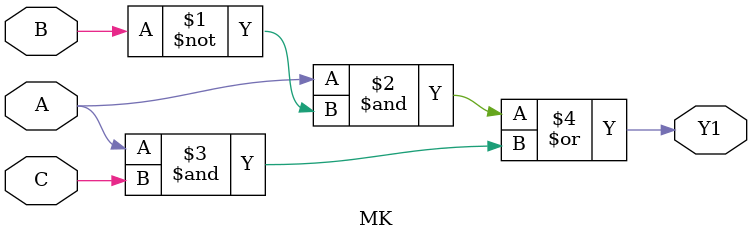
<source format=v>
 

module EJSOP(input wire A, B, C, output wire Y1);


  wire NB, NC, A1, A2, A3;

  and (A1, A, NB, NC);
  and (A2, A, NB, C);
  and (A3, A, B, C);
  not (NB, B);
  not (NC, C);
  or  (Y1, A1, A2, A3);

endmodule

module EJPOS(input wire A, B, C, output wire Y1);


  wire NA, NB, NC, O1, O2, O3, O4, O5;

 

  and (Y1, O1, O2, O3, O4, O5);
  not (NA, A);
  not (NB, B);
  not (NC, C);
  or  (O1, A, B, C);
  or  (O2, A, B, NC);
  or  (O3, A, NB, C);
  or  (O4, A, NB, NC);
  or  (O5, NA, NB, C);

endmodule

module MKG(input wire A, B, C, output wire Y1);

  wire NB, A1, A2;

  
  and (A1, A, NB);
  and (A2, A, C);
  not (NB, B);
  or  (Y1, A1, A2);

endmodule


module SOP(input wire A, B, C, output wire Y1);

  assign Y1 = (A&~B&~C)|(A&~B&C)|(A&B&C);

endmodule

module POS(input wire A, B, C, output wire Y1);

  assign Y1 = (A|B|C)&(A|B|~C)&(A|~B|C)&(A|~B|~C)&(~A|~B|C);

endmodule


module MK(input wire A, B, C, output wire Y1);

  assign Y1 = (A&~B)|(A&C);

endmodule





</source>
